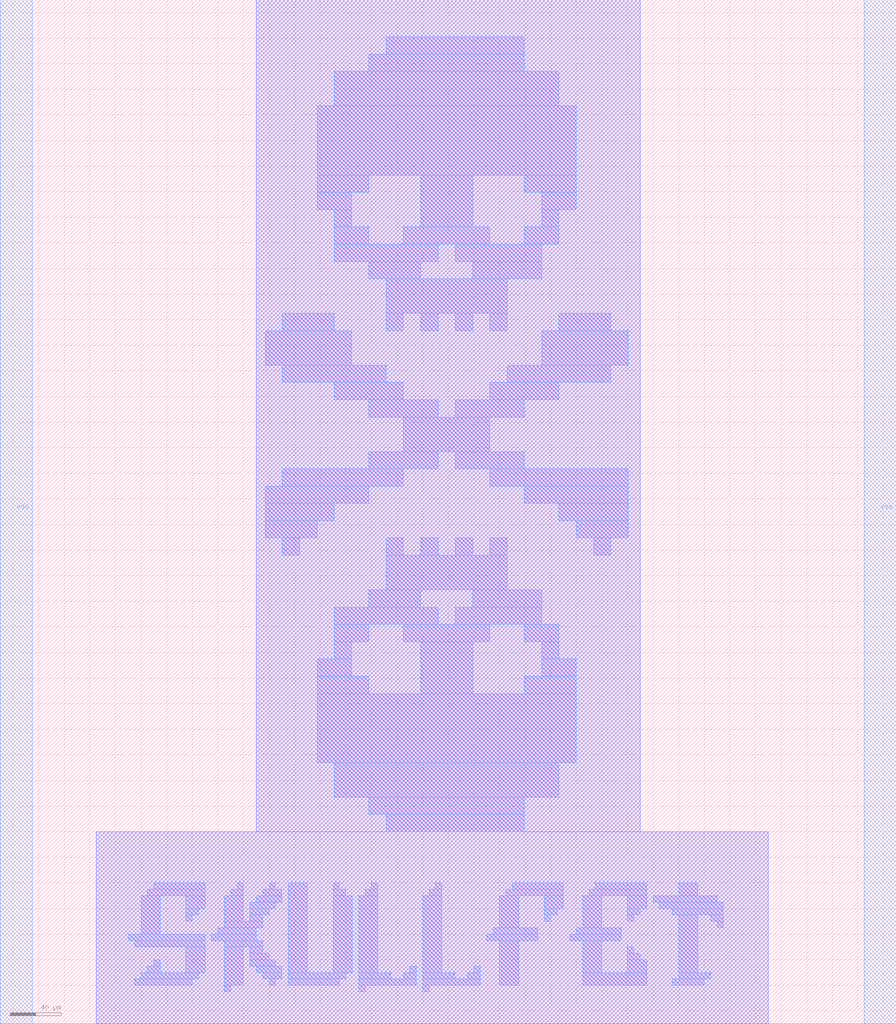
<source format=lef>
VERSION 5.7 ;
  NOWIREEXTENSIONATPIN ON ;
  DIVIDERCHAR "/" ;
  BUSBITCHARS "[]" ;
MACRO skullfet_logo
  CLASS BLOCK ;
  FOREIGN skullfet_logo ;
  ORIGIN -50.000 -50.000 ;
  SIZE 700.000 BY 800.000 ;
  PIN vss
    DIRECTION INOUT ;
    USE GROUND ;
    SHAPE ABUTMENT ;
    PORT
      LAYER Metal4 ;
        RECT 725.000 50.000 750.000 850.000 ;
    END
  END vss
  PIN vdd
    DIRECTION INOUT ;
    USE POWER ;
    SHAPE ABUTMENT ;
    PORT
      LAYER Metal4 ;
        RECT 50.000 50.000 75.000 850.000 ;
    END
  END vdd
  OBS
      LAYER Metal1 ;
        RECT 351.500 807.500 459.500 821.000 ;
        RECT 338.000 794.000 459.500 807.500 ;
        RECT 311.000 767.000 486.500 794.000 ;
        RECT 297.500 713.000 500.000 767.000 ;
        RECT 297.500 699.500 338.000 713.000 ;
        RECT 297.500 686.000 324.500 699.500 ;
        RECT 311.000 672.500 324.500 686.000 ;
        RECT 378.500 672.500 419.000 713.000 ;
        RECT 459.500 699.500 500.000 713.000 ;
        RECT 473.000 686.000 500.000 699.500 ;
        RECT 473.000 672.500 486.500 686.000 ;
        RECT 311.000 659.000 338.000 672.500 ;
        RECT 365.000 659.000 432.500 672.500 ;
        RECT 459.500 659.000 486.500 672.500 ;
        RECT 311.000 645.500 392.000 659.000 ;
        RECT 405.500 645.500 473.000 659.000 ;
        RECT 338.000 632.000 378.500 645.500 ;
        RECT 419.000 632.000 473.000 645.500 ;
        RECT 351.500 605.000 446.000 632.000 ;
        RECT 270.500 591.500 311.000 605.000 ;
        RECT 351.500 591.500 365.000 605.000 ;
        RECT 378.500 591.500 392.000 605.000 ;
        RECT 405.500 591.500 419.000 605.000 ;
        RECT 432.500 591.500 446.000 605.000 ;
        RECT 486.500 591.500 527.000 605.000 ;
        RECT 257.000 564.500 324.500 591.500 ;
        RECT 473.000 564.500 540.500 591.500 ;
        RECT 270.500 551.000 351.500 564.500 ;
        RECT 446.000 551.000 527.000 564.500 ;
        RECT 311.000 537.500 365.000 551.000 ;
        RECT 432.500 537.500 486.500 551.000 ;
        RECT 338.000 524.000 392.000 537.500 ;
        RECT 405.500 524.000 459.500 537.500 ;
        RECT 365.000 497.000 432.500 524.000 ;
        RECT 338.000 483.500 392.000 497.000 ;
        RECT 405.500 483.500 459.500 497.000 ;
        RECT 270.500 470.000 365.000 483.500 ;
        RECT 432.500 470.000 540.500 483.500 ;
        RECT 257.000 456.500 338.000 470.000 ;
        RECT 459.500 456.500 540.500 470.000 ;
        RECT 257.000 443.000 311.000 456.500 ;
        RECT 486.500 443.000 540.500 456.500 ;
        RECT 257.000 429.500 297.500 443.000 ;
        RECT 500.000 429.500 540.500 443.000 ;
        RECT 270.500 416.000 284.000 429.500 ;
        RECT 351.500 416.000 365.000 429.500 ;
        RECT 378.500 416.000 392.000 429.500 ;
        RECT 405.500 416.000 419.000 429.500 ;
        RECT 432.500 416.000 446.000 429.500 ;
        RECT 513.500 416.000 527.000 429.500 ;
        RECT 351.500 389.000 446.000 416.000 ;
        RECT 338.000 375.500 378.500 389.000 ;
        RECT 419.000 375.500 473.000 389.000 ;
        RECT 311.000 362.000 392.000 375.500 ;
        RECT 405.500 362.000 473.000 375.500 ;
        RECT 311.000 348.500 338.000 362.000 ;
        RECT 365.000 348.500 432.500 362.000 ;
        RECT 459.500 348.500 486.500 362.000 ;
        RECT 311.000 335.000 324.500 348.500 ;
        RECT 297.500 321.500 324.500 335.000 ;
        RECT 297.500 308.000 338.000 321.500 ;
        RECT 378.500 308.000 419.000 348.500 ;
        RECT 473.000 335.000 486.500 348.500 ;
        RECT 473.000 321.500 500.000 335.000 ;
        RECT 459.500 308.000 500.000 321.500 ;
        RECT 297.500 254.000 500.000 308.000 ;
        RECT 311.000 227.000 486.500 254.000 ;
        RECT 338.000 213.500 459.500 227.000 ;
        RECT 351.500 200.000 459.500 213.500 ;
        RECT 170.000 155.000 210.000 160.000 ;
        RECT 235.000 155.000 240.000 160.000 ;
        RECT 260.000 155.000 265.000 160.000 ;
        RECT 165.000 150.000 210.000 155.000 ;
        RECT 230.000 150.000 240.000 155.000 ;
        RECT 255.000 150.000 270.000 155.000 ;
        RECT 160.000 120.000 175.000 150.000 ;
        RECT 195.000 140.000 210.000 150.000 ;
        RECT 195.000 135.000 205.000 140.000 ;
        RECT 195.000 130.000 200.000 135.000 ;
        RECT 225.000 130.000 240.000 150.000 ;
        RECT 250.000 145.000 270.000 150.000 ;
        RECT 245.000 140.000 265.000 145.000 ;
        RECT 245.000 135.000 260.000 140.000 ;
        RECT 245.000 130.000 255.000 135.000 ;
        RECT 225.000 125.000 255.000 130.000 ;
        RECT 220.000 120.000 250.000 125.000 ;
        RECT 150.000 115.000 210.000 120.000 ;
        RECT 215.000 115.000 250.000 120.000 ;
        RECT 155.000 110.000 210.000 115.000 ;
        RECT 170.000 95.000 175.000 100.000 ;
        RECT 165.000 90.000 175.000 95.000 ;
        RECT 195.000 90.000 210.000 110.000 ;
        RECT 225.000 110.000 255.000 115.000 ;
        RECT 160.000 85.000 205.000 90.000 ;
        RECT 155.000 80.000 200.000 85.000 ;
        RECT 225.000 80.000 240.000 110.000 ;
        RECT 245.000 105.000 255.000 110.000 ;
        RECT 245.000 100.000 260.000 105.000 ;
        RECT 245.000 95.000 265.000 100.000 ;
        RECT 250.000 90.000 270.000 95.000 ;
        RECT 255.000 85.000 270.000 90.000 ;
        RECT 275.000 90.000 290.000 160.000 ;
        RECT 310.000 155.000 315.000 160.000 ;
        RECT 340.000 155.000 345.000 160.000 ;
        RECT 390.000 155.000 395.000 160.000 ;
        RECT 450.000 155.000 490.000 160.000 ;
        RECT 515.000 155.000 555.000 160.000 ;
        RECT 310.000 150.000 320.000 155.000 ;
        RECT 335.000 150.000 345.000 155.000 ;
        RECT 385.000 150.000 395.000 155.000 ;
        RECT 445.000 150.000 490.000 155.000 ;
        RECT 510.000 150.000 555.000 155.000 ;
        RECT 580.000 150.000 595.000 160.000 ;
        RECT 310.000 90.000 325.000 150.000 ;
        RECT 330.000 90.000 345.000 150.000 ;
        RECT 370.000 90.000 375.000 95.000 ;
        RECT 275.000 85.000 320.000 90.000 ;
        RECT 330.000 85.000 355.000 90.000 ;
        RECT 365.000 85.000 375.000 90.000 ;
        RECT 260.000 80.000 265.000 85.000 ;
        RECT 275.000 80.000 315.000 85.000 ;
        RECT 330.000 80.000 375.000 85.000 ;
        RECT 380.000 90.000 395.000 150.000 ;
        RECT 440.000 125.000 455.000 150.000 ;
        RECT 475.000 140.000 490.000 150.000 ;
        RECT 475.000 135.000 485.000 140.000 ;
        RECT 475.000 130.000 480.000 135.000 ;
        RECT 505.000 125.000 520.000 150.000 ;
        RECT 540.000 140.000 555.000 150.000 ;
        RECT 560.000 145.000 610.000 150.000 ;
        RECT 565.000 140.000 615.000 145.000 ;
        RECT 540.000 135.000 550.000 140.000 ;
        RECT 575.000 135.000 615.000 140.000 ;
        RECT 540.000 130.000 545.000 135.000 ;
        RECT 435.000 120.000 470.000 125.000 ;
        RECT 500.000 120.000 535.000 125.000 ;
        RECT 430.000 115.000 470.000 120.000 ;
        RECT 495.000 115.000 535.000 120.000 ;
        RECT 420.000 90.000 425.000 95.000 ;
        RECT 380.000 85.000 405.000 90.000 ;
        RECT 415.000 85.000 425.000 90.000 ;
        RECT 380.000 80.000 425.000 85.000 ;
        RECT 440.000 80.000 455.000 115.000 ;
        RECT 505.000 90.000 520.000 115.000 ;
        RECT 540.000 105.000 545.000 110.000 ;
        RECT 540.000 100.000 550.000 105.000 ;
        RECT 540.000 90.000 555.000 100.000 ;
        RECT 505.000 80.000 555.000 90.000 ;
        RECT 580.000 90.000 595.000 135.000 ;
        RECT 605.000 130.000 615.000 135.000 ;
        RECT 610.000 125.000 615.000 130.000 ;
        RECT 580.000 85.000 605.000 90.000 ;
        RECT 575.000 80.000 600.000 85.000 ;
        RECT 225.000 75.000 230.000 80.000 ;
        RECT 330.000 75.000 335.000 80.000 ;
        RECT 380.000 75.000 385.000 80.000 ;
      LAYER Metal2 ;
        RECT 250.000 200.000 550.000 850.000 ;
        RECT 125.000 50.000 650.000 200.000 ;
      LAYER Metal3 ;
        RECT 250.000 200.000 550.000 850.000 ;
        RECT 125.000 50.000 650.000 200.000 ;
      LAYER Metal4 ;
        RECT 351.500 807.500 459.500 821.000 ;
        RECT 338.000 794.000 459.500 807.500 ;
        RECT 311.000 767.000 486.500 794.000 ;
        RECT 297.500 713.000 500.000 767.000 ;
        RECT 297.500 699.500 338.000 713.000 ;
        RECT 297.500 686.000 324.500 699.500 ;
        RECT 311.000 672.500 324.500 686.000 ;
        RECT 378.500 672.500 419.000 713.000 ;
        RECT 459.500 699.500 500.000 713.000 ;
        RECT 473.000 686.000 500.000 699.500 ;
        RECT 473.000 672.500 486.500 686.000 ;
        RECT 311.000 659.000 338.000 672.500 ;
        RECT 365.000 659.000 432.500 672.500 ;
        RECT 459.500 659.000 486.500 672.500 ;
        RECT 311.000 645.500 392.000 659.000 ;
        RECT 405.500 645.500 473.000 659.000 ;
        RECT 338.000 632.000 378.500 645.500 ;
        RECT 419.000 632.000 473.000 645.500 ;
        RECT 351.500 605.000 446.000 632.000 ;
        RECT 270.500 591.500 311.000 605.000 ;
        RECT 351.500 591.500 365.000 605.000 ;
        RECT 378.500 591.500 392.000 605.000 ;
        RECT 405.500 591.500 419.000 605.000 ;
        RECT 432.500 591.500 446.000 605.000 ;
        RECT 486.500 591.500 527.000 605.000 ;
        RECT 257.000 564.500 324.500 591.500 ;
        RECT 473.000 564.500 540.500 591.500 ;
        RECT 270.500 551.000 351.500 564.500 ;
        RECT 446.000 551.000 527.000 564.500 ;
        RECT 311.000 537.500 365.000 551.000 ;
        RECT 432.500 537.500 486.500 551.000 ;
        RECT 338.000 524.000 392.000 537.500 ;
        RECT 405.500 524.000 459.500 537.500 ;
        RECT 365.000 497.000 432.500 524.000 ;
        RECT 338.000 483.500 392.000 497.000 ;
        RECT 405.500 483.500 459.500 497.000 ;
        RECT 270.500 470.000 365.000 483.500 ;
        RECT 432.500 470.000 540.500 483.500 ;
        RECT 257.000 456.500 338.000 470.000 ;
        RECT 459.500 456.500 540.500 470.000 ;
        RECT 257.000 443.000 311.000 456.500 ;
        RECT 486.500 443.000 540.500 456.500 ;
        RECT 257.000 429.500 297.500 443.000 ;
        RECT 500.000 429.500 540.500 443.000 ;
        RECT 270.500 416.000 284.000 429.500 ;
        RECT 351.500 416.000 365.000 429.500 ;
        RECT 378.500 416.000 392.000 429.500 ;
        RECT 405.500 416.000 419.000 429.500 ;
        RECT 432.500 416.000 446.000 429.500 ;
        RECT 513.500 416.000 527.000 429.500 ;
        RECT 351.500 389.000 446.000 416.000 ;
        RECT 338.000 375.500 378.500 389.000 ;
        RECT 419.000 375.500 473.000 389.000 ;
        RECT 311.000 362.000 392.000 375.500 ;
        RECT 405.500 362.000 473.000 375.500 ;
        RECT 311.000 348.500 338.000 362.000 ;
        RECT 365.000 348.500 432.500 362.000 ;
        RECT 459.500 348.500 486.500 362.000 ;
        RECT 311.000 335.000 324.500 348.500 ;
        RECT 297.500 321.500 324.500 335.000 ;
        RECT 297.500 308.000 338.000 321.500 ;
        RECT 378.500 308.000 419.000 348.500 ;
        RECT 473.000 335.000 486.500 348.500 ;
        RECT 473.000 321.500 500.000 335.000 ;
        RECT 459.500 308.000 500.000 321.500 ;
        RECT 297.500 254.000 500.000 308.000 ;
        RECT 311.000 227.000 486.500 254.000 ;
        RECT 338.000 213.500 459.500 227.000 ;
        RECT 351.500 200.000 459.500 213.500 ;
        RECT 170.000 155.000 210.000 160.000 ;
        RECT 235.000 155.000 240.000 160.000 ;
        RECT 260.000 155.000 265.000 160.000 ;
        RECT 165.000 150.000 210.000 155.000 ;
        RECT 230.000 150.000 240.000 155.000 ;
        RECT 255.000 150.000 270.000 155.000 ;
        RECT 160.000 120.000 175.000 150.000 ;
        RECT 195.000 140.000 210.000 150.000 ;
        RECT 195.000 135.000 205.000 140.000 ;
        RECT 195.000 130.000 200.000 135.000 ;
        RECT 225.000 130.000 240.000 150.000 ;
        RECT 250.000 145.000 270.000 150.000 ;
        RECT 245.000 140.000 265.000 145.000 ;
        RECT 245.000 135.000 260.000 140.000 ;
        RECT 245.000 130.000 255.000 135.000 ;
        RECT 225.000 125.000 255.000 130.000 ;
        RECT 220.000 120.000 250.000 125.000 ;
        RECT 150.000 115.000 210.000 120.000 ;
        RECT 215.000 115.000 250.000 120.000 ;
        RECT 155.000 110.000 210.000 115.000 ;
        RECT 170.000 95.000 175.000 100.000 ;
        RECT 165.000 90.000 175.000 95.000 ;
        RECT 195.000 90.000 210.000 110.000 ;
        RECT 225.000 110.000 255.000 115.000 ;
        RECT 160.000 85.000 205.000 90.000 ;
        RECT 155.000 80.000 200.000 85.000 ;
        RECT 225.000 80.000 240.000 110.000 ;
        RECT 245.000 105.000 255.000 110.000 ;
        RECT 245.000 100.000 260.000 105.000 ;
        RECT 245.000 95.000 265.000 100.000 ;
        RECT 250.000 90.000 270.000 95.000 ;
        RECT 255.000 85.000 270.000 90.000 ;
        RECT 275.000 90.000 290.000 160.000 ;
        RECT 310.000 155.000 315.000 160.000 ;
        RECT 340.000 155.000 345.000 160.000 ;
        RECT 390.000 155.000 395.000 160.000 ;
        RECT 450.000 155.000 490.000 160.000 ;
        RECT 515.000 155.000 555.000 160.000 ;
        RECT 310.000 150.000 320.000 155.000 ;
        RECT 335.000 150.000 345.000 155.000 ;
        RECT 385.000 150.000 395.000 155.000 ;
        RECT 445.000 150.000 490.000 155.000 ;
        RECT 510.000 150.000 555.000 155.000 ;
        RECT 580.000 150.000 595.000 160.000 ;
        RECT 310.000 90.000 325.000 150.000 ;
        RECT 330.000 90.000 345.000 150.000 ;
        RECT 370.000 90.000 375.000 95.000 ;
        RECT 275.000 85.000 320.000 90.000 ;
        RECT 330.000 85.000 355.000 90.000 ;
        RECT 365.000 85.000 375.000 90.000 ;
        RECT 260.000 80.000 265.000 85.000 ;
        RECT 275.000 80.000 315.000 85.000 ;
        RECT 330.000 80.000 375.000 85.000 ;
        RECT 380.000 90.000 395.000 150.000 ;
        RECT 440.000 125.000 455.000 150.000 ;
        RECT 475.000 140.000 490.000 150.000 ;
        RECT 475.000 135.000 485.000 140.000 ;
        RECT 475.000 130.000 480.000 135.000 ;
        RECT 505.000 125.000 520.000 150.000 ;
        RECT 540.000 140.000 555.000 150.000 ;
        RECT 560.000 145.000 610.000 150.000 ;
        RECT 565.000 140.000 615.000 145.000 ;
        RECT 540.000 135.000 550.000 140.000 ;
        RECT 575.000 135.000 615.000 140.000 ;
        RECT 540.000 130.000 545.000 135.000 ;
        RECT 435.000 120.000 470.000 125.000 ;
        RECT 500.000 120.000 535.000 125.000 ;
        RECT 430.000 115.000 470.000 120.000 ;
        RECT 495.000 115.000 535.000 120.000 ;
        RECT 420.000 90.000 425.000 95.000 ;
        RECT 380.000 85.000 405.000 90.000 ;
        RECT 415.000 85.000 425.000 90.000 ;
        RECT 380.000 80.000 425.000 85.000 ;
        RECT 440.000 80.000 455.000 115.000 ;
        RECT 505.000 90.000 520.000 115.000 ;
        RECT 540.000 105.000 545.000 110.000 ;
        RECT 540.000 100.000 550.000 105.000 ;
        RECT 540.000 90.000 555.000 100.000 ;
        RECT 505.000 80.000 555.000 90.000 ;
        RECT 580.000 90.000 595.000 135.000 ;
        RECT 605.000 130.000 615.000 135.000 ;
        RECT 610.000 125.000 615.000 130.000 ;
        RECT 580.000 85.000 605.000 90.000 ;
        RECT 575.000 80.000 600.000 85.000 ;
        RECT 225.000 75.000 230.000 80.000 ;
        RECT 330.000 75.000 335.000 80.000 ;
        RECT 380.000 75.000 385.000 80.000 ;
  END
END skullfet_logo
END LIBRARY


</source>
